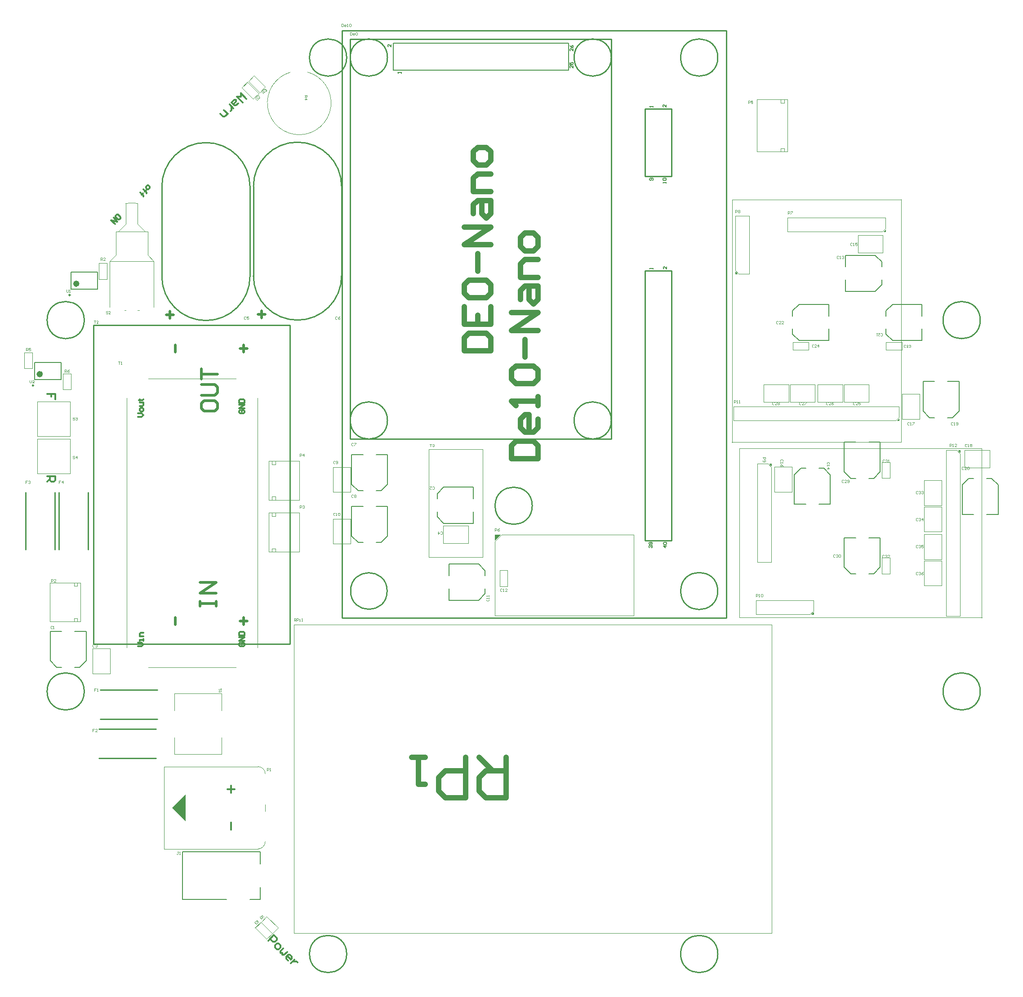
<source format=gto>
G04*
G04 #@! TF.GenerationSoftware,Altium Limited,Altium Designer,22.6.1 (34)*
G04*
G04 Layer_Color=65535*
%FSLAX44Y44*%
%MOMM*%
G71*
G04*
G04 #@! TF.SameCoordinates,93EC8B6F-EB43-44BE-ACFD-6113DF9B5761*
G04*
G04*
G04 #@! TF.FilePolarity,Positive*
G04*
G01*
G75*
%ADD10C,0.2540*%
%ADD11C,0.1000*%
%ADD12C,0.6000*%
%ADD13C,0.2500*%
%ADD14C,0.2000*%
%ADD15C,0.0500*%
%ADD16C,0.5000*%
%ADD17C,1.0000*%
%ADD18C,0.1270*%
%ADD19C,0.3000*%
G36*
X280522Y355364D02*
X305922Y329964D01*
Y380764D01*
X280522Y355364D01*
D02*
G37*
G36*
X888300Y859340D02*
Y869500D01*
X898460D01*
X888300Y859340D01*
D02*
G37*
G36*
X1409571Y999211D02*
Y1003021D01*
X1405761D01*
X1409571Y999211D01*
D02*
G37*
G36*
X1341250Y1364660D02*
Y1360850D01*
X1345060D01*
X1341250Y1364660D01*
D02*
G37*
G36*
X1484911Y719571D02*
X1488721D01*
Y723381D01*
X1484911Y719571D01*
D02*
G37*
G36*
X1765171Y1024611D02*
Y1028421D01*
X1761361D01*
X1765171Y1024611D01*
D02*
G37*
G36*
X1646290Y1084400D02*
X1650100D01*
Y1088210D01*
X1646290Y1084400D01*
D02*
G37*
G36*
X1620890Y1440000D02*
X1624700D01*
Y1443810D01*
X1620890Y1440000D01*
D02*
G37*
D10*
X261250Y1355720D02*
G03*
X427250Y1355720I83000J0D01*
G01*
X427250Y1524705D02*
G03*
X261250Y1524705I-83000J0D01*
G01*
X433750Y1356495D02*
G03*
X599750Y1356495I83000J0D01*
G01*
X599750Y1525480D02*
G03*
X433750Y1525480I-83000J0D01*
G01*
X1308513Y1767823D02*
G03*
X1308513Y1767823I-35024J0D01*
G01*
X686226D02*
G03*
X686226Y1767823I-35037J0D01*
G01*
X685595Y763423D02*
G03*
X685595Y763423I-34405J0D01*
G01*
X1308345D02*
G03*
X1308345Y763423I-34855J0D01*
G01*
X686226Y1767823D02*
G03*
X686226Y1767823I-35037J0D01*
G01*
X1107866Y1084559D02*
G03*
X1107866Y1084559I-35037J0D01*
G01*
Y1767818D02*
G03*
X1107866Y1767818I-35037J0D01*
G01*
X686226Y1084559D02*
G03*
X686226Y1084559I-35037J0D01*
G01*
X609411Y1767823D02*
G03*
X609411Y1767823I-35014J0D01*
G01*
X1802837Y574397D02*
G03*
X1802837Y574397I-35014J0D01*
G01*
X115078D02*
G03*
X115078Y574397I-35014J0D01*
G01*
Y1273489D02*
G03*
X115078Y1273489I-35014J0D01*
G01*
X1308504Y1767823D02*
G03*
X1308504Y1767823I-35014J0D01*
G01*
X1802837Y1273489D02*
G03*
X1802837Y1273489I-35014J0D01*
G01*
X1308504Y80063D02*
G03*
X1308504Y80063I-35014J0D01*
G01*
X609411D02*
G03*
X609411Y80063I-35014J0D01*
G01*
X958956Y923944D02*
G03*
X958956Y923944I-35014J0D01*
G01*
X427250Y1355720D02*
Y1524705D01*
X261250Y1355720D02*
X261250Y1524705D01*
X599750Y1356495D02*
Y1525480D01*
X433750Y1356495D02*
X433750Y1525480D01*
X1221489Y1543823D02*
Y1670823D01*
X1171489D02*
X1221489D01*
X1171489Y1543823D02*
X1221489D01*
X1221189Y858122D02*
Y1366122D01*
X600389Y712623D02*
Y1818623D01*
X1324289Y712623D02*
Y1818623D01*
X600389D02*
X1324289D01*
X600389Y712623D02*
X1324289D01*
X1171189Y858122D02*
X1221189D01*
X1171189D02*
Y1366122D01*
X1171489Y1543823D02*
Y1670823D01*
X1171189Y1366122D02*
X1221189D01*
X616149Y1802863D02*
X1107869Y1802858D01*
X616149Y1049519D02*
X616149Y1802863D01*
X616149Y1049519D02*
X1107869D01*
Y1802858D01*
X145000Y577500D02*
X252500D01*
X145000Y522500D02*
X252500D01*
X142600Y448750D02*
X250100D01*
X142600Y503750D02*
X250100D01*
X5000Y841877D02*
Y949377D01*
X60000Y841877D02*
Y949377D01*
X67500Y841877D02*
Y949377D01*
X122500Y841877D02*
Y949377D01*
X132740Y663700D02*
X502740D01*
Y1263700D01*
X132740D02*
X502740D01*
X132740Y663700D02*
Y1263700D01*
D11*
X442522Y277864D02*
G03*
X456022Y291864I-250J13750D01*
G01*
Y418864D02*
G03*
X442522Y432864I-13750J250D01*
G01*
X502759Y1739970D02*
G03*
X535787Y1740386I17241J-57470D01*
G01*
X215827Y1493020D02*
G03*
X193373Y1493020I-11227J-52820D01*
G01*
X436812Y129873D02*
X447419Y140479D01*
X437261Y129424D02*
X447868Y140030D01*
X469081Y118817D01*
X437261Y129424D02*
X458475Y108210D01*
X469081Y118817D01*
X456022Y349014D02*
Y361714D01*
X265522Y277864D02*
Y432864D01*
X442522D01*
X265522Y277864D02*
X442522D01*
X95650Y772825D02*
Y779175D01*
Y772825D02*
X102000D01*
Y779175D01*
X50500Y705750D02*
Y779250D01*
X108000D01*
Y705750D02*
Y779250D01*
X50500Y705750D02*
X108000D01*
X102000Y705825D02*
Y712175D01*
X95650D02*
X102000D01*
X95650Y705825D02*
Y712175D01*
X475228Y904191D02*
Y910541D01*
X468878Y904191D02*
X475228D01*
X468878D02*
Y910541D01*
X462878Y910616D02*
X520378D01*
X462878Y837116D02*
Y910616D01*
Y837116D02*
X520378D01*
Y910616D01*
X468878Y837191D02*
Y843541D01*
X475228D01*
Y837191D02*
Y843541D01*
Y934691D02*
Y941041D01*
X468878D02*
X475228D01*
X468878Y934691D02*
Y941041D01*
X520378Y934616D02*
Y1008116D01*
X462878Y934616D02*
X520378D01*
X462878D02*
Y1008116D01*
X520378D01*
X468878Y1001691D02*
Y1008041D01*
Y1001691D02*
X475228D01*
Y1008041D01*
X1439372Y1590668D02*
Y1688668D01*
X1381872D02*
X1439372D01*
X1381872Y1590668D02*
Y1688668D01*
Y1590668D02*
X1439372D01*
X1433372Y1682243D02*
Y1688593D01*
X1427022Y1682243D02*
X1433372D01*
X1427022D02*
Y1688593D01*
X1433372Y1590743D02*
Y1597093D01*
X1427022D02*
X1433372D01*
X1427022Y1590743D02*
Y1597093D01*
X888300Y869500D02*
X898460D01*
X888300Y859340D02*
Y869500D01*
Y859340D02*
X898460Y869500D01*
X888300Y856800D02*
X901000Y869500D01*
X888300Y717100D02*
X1150300D01*
Y869500D01*
X901000D02*
X1150300D01*
X888300Y717100D02*
Y856800D01*
X1620890Y1440000D02*
X1624700D01*
Y1443810D01*
X1620890Y1440000D02*
X1624700Y1443810D01*
X1618350Y1440000D02*
X1624700Y1446350D01*
X1439900Y1440000D02*
X1618350D01*
X1624700Y1446350D02*
X1624700Y1466500D01*
X1439900Y1466500D02*
X1624700Y1466500D01*
X1439900Y1440000D02*
Y1466500D01*
X1367750Y1360850D02*
Y1469450D01*
X1347600Y1360850D02*
X1367750D01*
X1341250Y1469450D02*
X1341250Y1367200D01*
X1347600Y1360850D01*
X1341250Y1364660D02*
X1345060Y1360850D01*
X1341250D02*
X1345060D01*
X1341250D02*
Y1364660D01*
Y1469450D02*
X1367750D01*
X1409571Y999211D02*
Y1003021D01*
X1405761D02*
X1409571D01*
X1405761D02*
X1409571Y999211D01*
X1403221Y1003021D02*
X1409571Y996671D01*
Y818221D02*
Y996671D01*
X1383071Y1003021D02*
X1403221D01*
X1383071Y818221D02*
X1383071Y1003021D01*
X1383071Y818221D02*
X1409571D01*
X1380121Y746071D02*
X1488721D01*
Y725921D02*
Y746071D01*
X1380121Y719571D02*
X1482371D01*
X1488721Y725921D01*
X1484911Y719571D02*
X1488721Y723381D01*
Y719571D02*
Y723381D01*
X1484911Y719571D02*
X1488721D01*
X1380121D02*
Y746071D01*
X1646290Y1084400D02*
X1650100D01*
Y1088210D01*
X1646290Y1084400D02*
X1650100Y1088210D01*
X1643750Y1084400D02*
X1650100Y1090750D01*
X1338300Y1084400D02*
X1643750D01*
X1650100Y1110900D02*
X1650100Y1090750D01*
X1338300Y1110900D02*
X1650100Y1110900D01*
X1338300Y1084400D02*
Y1110900D01*
X1765171Y1024611D02*
Y1028421D01*
X1761361D02*
X1765171D01*
X1761361D02*
X1765171Y1024611D01*
X1758821Y1028421D02*
X1765171Y1022071D01*
Y716621D02*
Y1022071D01*
X1738671Y1028421D02*
X1758821D01*
X1738671Y716621D02*
Y1028421D01*
X1738671Y716621D02*
X1765171Y716621D01*
X373620Y538500D02*
Y570250D01*
X284720D02*
X373620D01*
X284720Y538500D02*
Y570250D01*
X373620Y455950D02*
Y487700D01*
X284720Y455950D02*
Y487700D01*
Y455950D02*
X373620D01*
X26500Y1055000D02*
X88500D01*
Y1120000D01*
X26500Y1055000D02*
Y1120000D01*
X88500D01*
X26500Y1050000D02*
X88500D01*
X26500Y985000D02*
Y1050000D01*
X88500Y985000D02*
Y1050000D01*
X26500Y985000D02*
X88500D01*
X441400Y656550D02*
Y1126450D01*
X235850Y619500D02*
X400950D01*
X235850Y1163500D02*
X400950D01*
X195400Y656550D02*
Y1126450D01*
X764000Y1030500D02*
X865600D01*
X764000Y827300D02*
Y1030500D01*
X865600Y827300D02*
Y1030500D01*
X764000Y827300D02*
X865600D01*
X411570Y1711181D02*
X422177Y1721788D01*
X412019Y1710732D02*
X422626Y1721339D01*
X443839Y1700126D01*
X412019Y1710732D02*
X433232Y1689519D01*
X443839Y1700126D01*
X510000Y119500D02*
Y700500D01*
X1410000Y119500D02*
Y700500D01*
X510000Y119500D02*
X1410000D01*
X510000Y700500D02*
X1410000D01*
X179200Y1440200D02*
X193373Y1454373D01*
Y1493020D01*
X215827Y1454373D02*
X230000Y1440200D01*
X215827Y1454373D02*
Y1493020D01*
X174600Y1440200D02*
X234600D01*
X163100Y1384200D02*
X246100D01*
Y1298200D02*
Y1384200D01*
X163100Y1298200D02*
Y1384200D01*
X215600Y1291700D02*
X218600D01*
X190600D02*
X193600D01*
X234600Y1395700D02*
Y1440200D01*
Y1395700D02*
X246100Y1384200D01*
X174600Y1395700D02*
Y1440200D01*
X163100Y1384200D02*
X174600Y1395700D01*
X1349371Y1032421D02*
X1349371Y713621D01*
X1805721Y713121D02*
X1805721Y1031921D01*
X1348871Y1031921D02*
X1805721Y1031921D01*
X1349371Y713621D02*
X1806221D01*
X1653600Y1043850D02*
Y1500700D01*
X1334800Y1043850D02*
X1653600D01*
X1335300Y1500200D02*
X1654100D01*
X1335300D02*
X1335300Y1043350D01*
X55000Y696666D02*
X54167Y697499D01*
X52501D01*
X51668Y696666D01*
Y693334D01*
X52501Y692501D01*
X54167D01*
X55000Y693334D01*
X56666Y692501D02*
X58332D01*
X57499D01*
Y697499D01*
X56666Y696666D01*
X770833Y955834D02*
X771666Y955001D01*
X773332D01*
X774165Y955834D01*
Y959166D01*
X773332Y959999D01*
X771666D01*
X770833Y959166D01*
X765835Y959999D02*
X769167D01*
X765835Y956667D01*
Y955834D01*
X766668Y955001D01*
X768334D01*
X769167Y955834D01*
X134167Y661666D02*
X133334Y662499D01*
X131668D01*
X130835Y661666D01*
Y658334D01*
X131668Y657501D01*
X133334D01*
X134167Y658334D01*
X135833Y661666D02*
X136666Y662499D01*
X138332D01*
X139165Y661666D01*
Y660833D01*
X138332Y660000D01*
X137499D01*
X138332D01*
X139165Y659167D01*
Y658334D01*
X138332Y657501D01*
X136666D01*
X135833Y658334D01*
X785833Y870834D02*
X786666Y870001D01*
X788332D01*
X789165Y870834D01*
Y874166D01*
X788332Y874999D01*
X786666D01*
X785833Y874166D01*
X781668Y874999D02*
Y870001D01*
X784167Y872500D01*
X780835D01*
X419167Y1279166D02*
X418334Y1279999D01*
X416668D01*
X415835Y1279166D01*
Y1275834D01*
X416668Y1275001D01*
X418334D01*
X419167Y1275834D01*
X424165Y1279999D02*
X420833D01*
Y1277500D01*
X422499Y1278333D01*
X423332D01*
X424165Y1277500D01*
Y1275834D01*
X423332Y1275001D01*
X421666D01*
X420833Y1275834D01*
X591667Y1279166D02*
X590834Y1279999D01*
X589168D01*
X588335Y1279166D01*
Y1275834D01*
X589168Y1275001D01*
X590834D01*
X591667Y1275834D01*
X596665Y1279999D02*
X594999Y1279166D01*
X593333Y1277500D01*
Y1275834D01*
X594166Y1275001D01*
X595832D01*
X596665Y1275834D01*
Y1276667D01*
X595832Y1277500D01*
X593333D01*
X621822Y1041501D02*
X620989Y1042334D01*
X619323D01*
X618490Y1041501D01*
Y1038169D01*
X619323Y1037336D01*
X620989D01*
X621822Y1038169D01*
X623488Y1042334D02*
X626821D01*
Y1041501D01*
X623488Y1038169D01*
Y1037336D01*
X621822Y943965D02*
X620989Y944798D01*
X619323D01*
X618490Y943965D01*
Y940633D01*
X619323Y939800D01*
X620989D01*
X621822Y940633D01*
X623488Y943965D02*
X624321Y944798D01*
X625988D01*
X626821Y943965D01*
Y943132D01*
X625988Y942299D01*
X626821Y941466D01*
Y940633D01*
X625988Y939800D01*
X624321D01*
X623488Y940633D01*
Y941466D01*
X624321Y942299D01*
X623488Y943132D01*
Y943965D01*
X624321Y942299D02*
X625988D01*
X587532Y1007211D02*
X586699Y1008044D01*
X585033D01*
X584200Y1007211D01*
Y1003879D01*
X585033Y1003046D01*
X586699D01*
X587532Y1003879D01*
X589198D02*
X590031Y1003046D01*
X591698D01*
X592531Y1003879D01*
Y1007211D01*
X591698Y1008044D01*
X590031D01*
X589198Y1007211D01*
Y1006378D01*
X590031Y1005545D01*
X592531D01*
X587532Y909675D02*
X586699Y910508D01*
X585033D01*
X584200Y909675D01*
Y906343D01*
X585033Y905510D01*
X586699D01*
X587532Y906343D01*
X589198Y905510D02*
X590864D01*
X590031D01*
Y910508D01*
X589198Y909675D01*
X593364D02*
X594197Y910508D01*
X595863D01*
X596696Y909675D01*
Y906343D01*
X595863Y905510D01*
X594197D01*
X593364Y906343D01*
Y909675D01*
X873334Y747917D02*
X872501Y747084D01*
Y745418D01*
X873334Y744585D01*
X876666D01*
X877499Y745418D01*
Y747084D01*
X876666Y747917D01*
X877499Y749584D02*
Y751250D01*
Y750416D01*
X872501D01*
X873334Y749584D01*
X877499Y753749D02*
Y755415D01*
Y754582D01*
X872501D01*
X873334Y753749D01*
X902084Y766666D02*
X901251Y767499D01*
X899585D01*
X898752Y766666D01*
Y763334D01*
X899585Y762501D01*
X901251D01*
X902084Y763334D01*
X903750Y762501D02*
X905416D01*
X904584D01*
Y767499D01*
X903750Y766666D01*
X911248Y762501D02*
X907916D01*
X911248Y765833D01*
Y766666D01*
X910415Y767499D01*
X908749D01*
X907916Y766666D01*
X1536464Y1393296D02*
X1535630Y1394129D01*
X1533964D01*
X1533131Y1393296D01*
Y1389963D01*
X1533964Y1389130D01*
X1535630D01*
X1536464Y1389963D01*
X1538130Y1389130D02*
X1539796D01*
X1538963D01*
Y1394129D01*
X1538130Y1393296D01*
X1542295D02*
X1543128Y1394129D01*
X1544794D01*
X1545627Y1393296D01*
Y1392462D01*
X1544794Y1391629D01*
X1543961D01*
X1544794D01*
X1545627Y1390796D01*
Y1389963D01*
X1544794Y1389130D01*
X1543128D01*
X1542295Y1389963D01*
X1517987Y1002336D02*
X1518820Y1003169D01*
Y1004836D01*
X1517987Y1005668D01*
X1514655D01*
X1513821Y1004836D01*
Y1003169D01*
X1514655Y1002336D01*
X1513821Y1000670D02*
Y999004D01*
Y999837D01*
X1518820D01*
X1517987Y1000670D01*
X1513821Y994006D02*
X1518820D01*
X1516321Y996505D01*
Y993173D01*
X1561464Y1418295D02*
X1560631Y1419129D01*
X1558964D01*
X1558131Y1418295D01*
Y1414963D01*
X1558964Y1414130D01*
X1560631D01*
X1561464Y1414963D01*
X1563130Y1414130D02*
X1564796D01*
X1563963D01*
Y1419129D01*
X1563130Y1418295D01*
X1570627Y1419129D02*
X1567295D01*
Y1416629D01*
X1568961Y1417462D01*
X1569794D01*
X1570627Y1416629D01*
Y1414963D01*
X1569794Y1414130D01*
X1568128D01*
X1567295Y1414963D01*
X1430487Y1007336D02*
X1431320Y1008169D01*
Y1009836D01*
X1430487Y1010668D01*
X1427154D01*
X1426321Y1009836D01*
Y1008169D01*
X1427154Y1007336D01*
X1426321Y1005670D02*
Y1004004D01*
Y1004837D01*
X1431320D01*
X1430487Y1005670D01*
X1431320Y998173D02*
X1430487Y999839D01*
X1428821Y1001505D01*
X1427154D01*
X1426321Y1000672D01*
Y999006D01*
X1427154Y998173D01*
X1427988D01*
X1428821Y999006D01*
Y1001505D01*
X1669084Y1080266D02*
X1668251Y1081099D01*
X1666585D01*
X1665752Y1080266D01*
Y1076934D01*
X1666585Y1076101D01*
X1668251D01*
X1669084Y1076934D01*
X1670750Y1076101D02*
X1672417D01*
X1671584D01*
Y1081099D01*
X1670750Y1080266D01*
X1674916Y1081099D02*
X1678248D01*
Y1080266D01*
X1674916Y1076934D01*
Y1076101D01*
X1777522Y1039215D02*
X1776689Y1040048D01*
X1775023D01*
X1774190Y1039215D01*
Y1035883D01*
X1775023Y1035050D01*
X1776689D01*
X1777522Y1035883D01*
X1779188Y1035050D02*
X1780854D01*
X1780021D01*
Y1040048D01*
X1779188Y1039215D01*
X1783354D02*
X1784187Y1040048D01*
X1785853D01*
X1786686Y1039215D01*
Y1038382D01*
X1785853Y1037549D01*
X1786686Y1036716D01*
Y1035883D01*
X1785853Y1035050D01*
X1784187D01*
X1783354Y1035883D01*
Y1036716D01*
X1784187Y1037549D01*
X1783354Y1038382D01*
Y1039215D01*
X1784187Y1037549D02*
X1785853D01*
X1751634Y1080266D02*
X1750801Y1081099D01*
X1749135D01*
X1748302Y1080266D01*
Y1076934D01*
X1749135Y1076101D01*
X1750801D01*
X1751634Y1076934D01*
X1753300Y1076101D02*
X1754966D01*
X1754133D01*
Y1081099D01*
X1753300Y1080266D01*
X1757466Y1076934D02*
X1758299Y1076101D01*
X1759965D01*
X1760798Y1076934D01*
Y1080266D01*
X1759965Y1081099D01*
X1758299D01*
X1757466Y1080266D01*
Y1079433D01*
X1758299Y1078600D01*
X1760798D01*
X1771934Y996797D02*
X1771101Y997630D01*
X1769435D01*
X1768602Y996797D01*
Y993465D01*
X1769435Y992632D01*
X1771101D01*
X1771934Y993465D01*
X1776933Y992632D02*
X1773600D01*
X1776933Y995964D01*
Y996797D01*
X1776100Y997630D01*
X1774433D01*
X1773600Y996797D01*
X1778599D02*
X1779432Y997630D01*
X1781098D01*
X1781931Y996797D01*
Y993465D01*
X1781098Y992632D01*
X1779432D01*
X1778599Y993465D01*
Y996797D01*
X1615339Y1244934D02*
X1616172Y1244101D01*
X1617838D01*
X1618672Y1244934D01*
Y1248266D01*
X1617838Y1249099D01*
X1616172D01*
X1615339Y1248266D01*
X1610341Y1249099D02*
X1613673D01*
X1610341Y1245767D01*
Y1244934D01*
X1611174Y1244101D01*
X1612840D01*
X1613673Y1244934D01*
X1608675Y1249099D02*
X1607009D01*
X1607842D01*
Y1244101D01*
X1608675Y1244934D01*
X1422176Y1270863D02*
X1421343Y1271696D01*
X1419677D01*
X1418844Y1270863D01*
Y1267531D01*
X1419677Y1266698D01*
X1421343D01*
X1422176Y1267531D01*
X1427175Y1266698D02*
X1423842D01*
X1427175Y1270030D01*
Y1270863D01*
X1426342Y1271696D01*
X1424675D01*
X1423842Y1270863D01*
X1432173Y1266698D02*
X1428841D01*
X1432173Y1270030D01*
Y1270863D01*
X1431340Y1271696D01*
X1429674D01*
X1428841Y1270863D01*
X1662008Y1226316D02*
X1661175Y1227149D01*
X1659509D01*
X1658676Y1226316D01*
Y1222984D01*
X1659509Y1222151D01*
X1661175D01*
X1662008Y1222984D01*
X1667006Y1222151D02*
X1663674D01*
X1667006Y1225483D01*
Y1226316D01*
X1666173Y1227149D01*
X1664507D01*
X1663674Y1226316D01*
X1668672D02*
X1669505Y1227149D01*
X1671171D01*
X1672005Y1226316D01*
Y1225483D01*
X1671171Y1224650D01*
X1670338D01*
X1671171D01*
X1672005Y1223817D01*
Y1222984D01*
X1671171Y1222151D01*
X1669505D01*
X1668672Y1222984D01*
X1489232Y1226413D02*
X1488399Y1227246D01*
X1486733D01*
X1485900Y1226413D01*
Y1223081D01*
X1486733Y1222248D01*
X1488399D01*
X1489232Y1223081D01*
X1494231Y1222248D02*
X1490898D01*
X1494231Y1225580D01*
Y1226413D01*
X1493398Y1227246D01*
X1491731D01*
X1490898Y1226413D01*
X1498396Y1222248D02*
Y1227246D01*
X1495897Y1224747D01*
X1499229D01*
X1567068Y1118366D02*
X1566235Y1119199D01*
X1564568D01*
X1563736Y1118366D01*
Y1115034D01*
X1564568Y1114201D01*
X1566235D01*
X1567068Y1115034D01*
X1572066Y1114201D02*
X1568734D01*
X1572066Y1117533D01*
Y1118366D01*
X1571233Y1119199D01*
X1569567D01*
X1568734Y1118366D01*
X1577065Y1119199D02*
X1573732D01*
Y1116700D01*
X1575398Y1117533D01*
X1576231D01*
X1577065Y1116700D01*
Y1115034D01*
X1576231Y1114201D01*
X1574565D01*
X1573732Y1115034D01*
X1516268Y1118366D02*
X1515435Y1119199D01*
X1513768D01*
X1512935Y1118366D01*
Y1115034D01*
X1513768Y1114201D01*
X1515435D01*
X1516268Y1115034D01*
X1521266Y1114201D02*
X1517934D01*
X1521266Y1117533D01*
Y1118366D01*
X1520433Y1119199D01*
X1518767D01*
X1517934Y1118366D01*
X1526264Y1119199D02*
X1524598Y1118366D01*
X1522932Y1116700D01*
Y1115034D01*
X1523765Y1114201D01*
X1525431D01*
X1526264Y1115034D01*
Y1115867D01*
X1525431Y1116700D01*
X1522932D01*
X1465468Y1118366D02*
X1464635Y1119199D01*
X1462968D01*
X1462135Y1118366D01*
Y1115034D01*
X1462968Y1114201D01*
X1464635D01*
X1465468Y1115034D01*
X1470466Y1114201D02*
X1467134D01*
X1470466Y1117533D01*
Y1118366D01*
X1469633Y1119199D01*
X1467967D01*
X1467134Y1118366D01*
X1472132Y1119199D02*
X1475464D01*
Y1118366D01*
X1472132Y1115034D01*
Y1114201D01*
X1414668Y1118366D02*
X1413835Y1119199D01*
X1412168D01*
X1411335Y1118366D01*
Y1115034D01*
X1412168Y1114201D01*
X1413835D01*
X1414668Y1115034D01*
X1419666Y1114201D02*
X1416334D01*
X1419666Y1117533D01*
Y1118366D01*
X1418833Y1119199D01*
X1417167D01*
X1416334Y1118366D01*
X1421332D02*
X1422165Y1119199D01*
X1423831D01*
X1424664Y1118366D01*
Y1117533D01*
X1423831Y1116700D01*
X1424664Y1115867D01*
Y1115034D01*
X1423831Y1114201D01*
X1422165D01*
X1421332Y1115034D01*
Y1115867D01*
X1422165Y1116700D01*
X1421332Y1117533D01*
Y1118366D01*
X1422165Y1116700D02*
X1423831D01*
X1545388Y972187D02*
X1544555Y973020D01*
X1542889D01*
X1542056Y972187D01*
Y968855D01*
X1542889Y968021D01*
X1544555D01*
X1545388Y968855D01*
X1550387Y968021D02*
X1547054D01*
X1550387Y971354D01*
Y972187D01*
X1549554Y973020D01*
X1547888D01*
X1547054Y972187D01*
X1552053Y968855D02*
X1552886Y968021D01*
X1554552D01*
X1555385Y968855D01*
Y972187D01*
X1554552Y973020D01*
X1552886D01*
X1552053Y972187D01*
Y971354D01*
X1552886Y970521D01*
X1555385D01*
X1529364Y831443D02*
X1528531Y832276D01*
X1526865D01*
X1526032Y831443D01*
Y828111D01*
X1526865Y827278D01*
X1528531D01*
X1529364Y828111D01*
X1531030Y831443D02*
X1531863Y832276D01*
X1533530D01*
X1534363Y831443D01*
Y830610D01*
X1533530Y829777D01*
X1532697D01*
X1533530D01*
X1534363Y828944D01*
Y828111D01*
X1533530Y827278D01*
X1531863D01*
X1531030Y828111D01*
X1536029Y831443D02*
X1536862Y832276D01*
X1538528D01*
X1539361Y831443D01*
Y828111D01*
X1538528Y827278D01*
X1536862D01*
X1536029Y828111D01*
Y831443D01*
X1622421Y1010287D02*
X1621588Y1011120D01*
X1619922D01*
X1619089Y1010287D01*
Y1006954D01*
X1619922Y1006121D01*
X1621588D01*
X1622421Y1006954D01*
X1624088Y1010287D02*
X1624921Y1011120D01*
X1626587D01*
X1627420Y1010287D01*
Y1009454D01*
X1626587Y1008621D01*
X1625754D01*
X1626587D01*
X1627420Y1007787D01*
Y1006954D01*
X1626587Y1006121D01*
X1624921D01*
X1624088Y1006954D01*
X1629086Y1006121D02*
X1630752D01*
X1629919D01*
Y1011120D01*
X1629086Y1010287D01*
X1621588Y830637D02*
X1620755Y831470D01*
X1619089D01*
X1618256Y830637D01*
Y827304D01*
X1619089Y826471D01*
X1620755D01*
X1621588Y827304D01*
X1623255Y830637D02*
X1624088Y831470D01*
X1625754D01*
X1626587Y830637D01*
Y829804D01*
X1625754Y828970D01*
X1624921D01*
X1625754D01*
X1626587Y828138D01*
Y827304D01*
X1625754Y826471D01*
X1624088D01*
X1623255Y827304D01*
X1631585Y826471D02*
X1628253D01*
X1631585Y829804D01*
Y830637D01*
X1630752Y831470D01*
X1629086D01*
X1628253Y830637D01*
X1685088Y950387D02*
X1684255Y951220D01*
X1682589D01*
X1681756Y950387D01*
Y947055D01*
X1682589Y946221D01*
X1684255D01*
X1685088Y947055D01*
X1686754Y950387D02*
X1687587Y951220D01*
X1689254D01*
X1690087Y950387D01*
Y949554D01*
X1689254Y948721D01*
X1688421D01*
X1689254D01*
X1690087Y947887D01*
Y947055D01*
X1689254Y946221D01*
X1687587D01*
X1686754Y947055D01*
X1691753Y950387D02*
X1692586Y951220D01*
X1694252D01*
X1695085Y950387D01*
Y949554D01*
X1694252Y948721D01*
X1693419D01*
X1694252D01*
X1695085Y947887D01*
Y947055D01*
X1694252Y946221D01*
X1692586D01*
X1691753Y947055D01*
X1685088Y899587D02*
X1684255Y900420D01*
X1682589D01*
X1681756Y899587D01*
Y896255D01*
X1682589Y895421D01*
X1684255D01*
X1685088Y896255D01*
X1686754Y899587D02*
X1687587Y900420D01*
X1689254D01*
X1690087Y899587D01*
Y898754D01*
X1689254Y897921D01*
X1688421D01*
X1689254D01*
X1690087Y897087D01*
Y896255D01*
X1689254Y895421D01*
X1687587D01*
X1686754Y896255D01*
X1694252Y895421D02*
Y900420D01*
X1691753Y897921D01*
X1695085D01*
X1685088Y848787D02*
X1684255Y849620D01*
X1682589D01*
X1681756Y848787D01*
Y845454D01*
X1682589Y844621D01*
X1684255D01*
X1685088Y845454D01*
X1686754Y848787D02*
X1687587Y849620D01*
X1689254D01*
X1690087Y848787D01*
Y847954D01*
X1689254Y847121D01*
X1688421D01*
X1689254D01*
X1690087Y846288D01*
Y845454D01*
X1689254Y844621D01*
X1687587D01*
X1686754Y845454D01*
X1695085Y849620D02*
X1691753D01*
Y847121D01*
X1693419Y847954D01*
X1694252D01*
X1695085Y847121D01*
Y845454D01*
X1694252Y844621D01*
X1692586D01*
X1691753Y845454D01*
X1685088Y797987D02*
X1684255Y798820D01*
X1682589D01*
X1681756Y797987D01*
Y794654D01*
X1682589Y793821D01*
X1684255D01*
X1685088Y794654D01*
X1686754Y797987D02*
X1687587Y798820D01*
X1689254D01*
X1690087Y797987D01*
Y797154D01*
X1689254Y796321D01*
X1688421D01*
X1689254D01*
X1690087Y795488D01*
Y794654D01*
X1689254Y793821D01*
X1687587D01*
X1686754Y794654D01*
X1695085Y798820D02*
X1693419Y797987D01*
X1691753Y796321D01*
Y794654D01*
X1692586Y793821D01*
X1694252D01*
X1695085Y794654D01*
Y795488D01*
X1694252Y796321D01*
X1691753D01*
X435877Y139411D02*
X439411Y135877D01*
X441178Y137644D01*
Y138822D01*
X438822Y141178D01*
X437644Y141178D01*
X435877Y139411D01*
X442945D02*
X444123Y140589D01*
X443534Y140000D01*
X440000Y143534D01*
X440000Y142356D01*
X600202Y1831004D02*
Y1826006D01*
X602701D01*
X603534Y1826839D01*
Y1830171D01*
X602701Y1831004D01*
X600202D01*
X607700Y1826006D02*
X606033D01*
X605200Y1826839D01*
Y1828505D01*
X606033Y1829338D01*
X607700D01*
X608533Y1828505D01*
Y1827672D01*
X605200D01*
X610199Y1826006D02*
X611865D01*
X611032D01*
Y1831004D01*
X610199Y1830171D01*
X614364D02*
X615197Y1831004D01*
X616863D01*
X617696Y1830171D01*
Y1826839D01*
X616863Y1826006D01*
X615197D01*
X614364Y1826839D01*
Y1830171D01*
X615950Y1815256D02*
Y1810258D01*
X618449D01*
X619282Y1811091D01*
Y1814423D01*
X618449Y1815256D01*
X615950D01*
X623447Y1810258D02*
X621781D01*
X620948Y1811091D01*
Y1812757D01*
X621781Y1813590D01*
X623447D01*
X624281Y1812757D01*
Y1811924D01*
X620948D01*
X625947Y1814423D02*
X626780Y1815256D01*
X628446D01*
X629279Y1814423D01*
Y1811091D01*
X628446Y1810258D01*
X626780D01*
X625947Y1811091D01*
Y1814423D01*
X137500Y579999D02*
X134168D01*
Y577500D01*
X135834D01*
X134168D01*
Y575001D01*
X139166D02*
X140832D01*
X139999D01*
Y579999D01*
X139166Y579166D01*
X134267Y503749D02*
X130935D01*
Y501250D01*
X132601D01*
X130935D01*
Y498751D01*
X139265D02*
X135933D01*
X139265Y502083D01*
Y502916D01*
X138432Y503749D01*
X136766D01*
X135933Y502916D01*
X8158Y970960D02*
X4826D01*
Y968461D01*
X6492D01*
X4826D01*
Y965962D01*
X9824Y970127D02*
X10657Y970960D01*
X12323D01*
X13157Y970127D01*
Y969294D01*
X12323Y968461D01*
X11490D01*
X12323D01*
X13157Y967628D01*
Y966795D01*
X12323Y965962D01*
X10657D01*
X9824Y966795D01*
X70642Y970960D02*
X67310D01*
Y968461D01*
X68976D01*
X67310D01*
Y965962D01*
X74808D02*
Y970960D01*
X72308Y968461D01*
X75641D01*
X292500Y272499D02*
X290834D01*
X291667D01*
Y268334D01*
X290834Y267501D01*
X290001D01*
X289168Y268334D01*
X294166Y267501D02*
X295832D01*
X294999D01*
Y272499D01*
X294166Y271666D01*
X459189Y425365D02*
Y430364D01*
X461689D01*
X462522Y429530D01*
Y427864D01*
X461689Y427031D01*
X459189D01*
X464188Y425365D02*
X465854D01*
X465021D01*
Y430364D01*
X464188Y429530D01*
X52963Y780475D02*
Y785473D01*
X55462D01*
X56295Y784640D01*
Y782974D01*
X55462Y782141D01*
X52963D01*
X61293Y780475D02*
X57961D01*
X61293Y783807D01*
Y784640D01*
X60460Y785473D01*
X58794D01*
X57961Y784640D01*
X520954Y919480D02*
Y924478D01*
X523453D01*
X524286Y923645D01*
Y921979D01*
X523453Y921146D01*
X520954D01*
X525952Y923645D02*
X526785Y924478D01*
X528451D01*
X529285Y923645D01*
Y922812D01*
X528451Y921979D01*
X527618D01*
X528451D01*
X529285Y921146D01*
Y920313D01*
X528451Y919480D01*
X526785D01*
X525952Y920313D01*
X520954Y1016762D02*
Y1021760D01*
X523453D01*
X524286Y1020927D01*
Y1019261D01*
X523453Y1018428D01*
X520954D01*
X528451Y1016762D02*
Y1021760D01*
X525952Y1019261D01*
X529285D01*
X1365758Y1681734D02*
Y1686732D01*
X1368257D01*
X1369090Y1685899D01*
Y1684233D01*
X1368257Y1683400D01*
X1365758D01*
X1374089Y1686732D02*
X1370756D01*
Y1684233D01*
X1372422Y1685066D01*
X1373255D01*
X1374089Y1684233D01*
Y1682567D01*
X1373255Y1681734D01*
X1371589D01*
X1370756Y1682567D01*
X888746Y876046D02*
Y881044D01*
X891245D01*
X892078Y880211D01*
Y878545D01*
X891245Y877712D01*
X888746D01*
X897077Y881044D02*
X895411Y880211D01*
X893744Y878545D01*
Y876879D01*
X894577Y876046D01*
X896244D01*
X897077Y876879D01*
Y877712D01*
X896244Y878545D01*
X893744D01*
X1440434Y1473200D02*
Y1478198D01*
X1442933D01*
X1443766Y1477365D01*
Y1475699D01*
X1442933Y1474866D01*
X1440434D01*
X1445432Y1478198D02*
X1448765D01*
Y1477365D01*
X1445432Y1474033D01*
Y1473200D01*
X1341628Y1475994D02*
Y1480992D01*
X1344127D01*
X1344960Y1480159D01*
Y1478493D01*
X1344127Y1477660D01*
X1341628D01*
X1346626Y1480159D02*
X1347459Y1480992D01*
X1349126D01*
X1349959Y1480159D01*
Y1479326D01*
X1349126Y1478493D01*
X1349959Y1477660D01*
Y1476827D01*
X1349126Y1475994D01*
X1347459D01*
X1346626Y1476827D01*
Y1477660D01*
X1347459Y1478493D01*
X1346626Y1479326D01*
Y1480159D01*
X1347459Y1478493D02*
X1349126D01*
X1392942Y1015206D02*
X1397940D01*
Y1012707D01*
X1397107Y1011874D01*
X1395441D01*
X1394608Y1012707D01*
Y1015206D01*
X1393775Y1010208D02*
X1392942Y1009375D01*
Y1007709D01*
X1393775Y1006876D01*
X1397107D01*
X1397940Y1007709D01*
Y1009375D01*
X1397107Y1010208D01*
X1396274D01*
X1395441Y1009375D01*
Y1006876D01*
X1380744Y752602D02*
Y757600D01*
X1383243D01*
X1384076Y756767D01*
Y755101D01*
X1383243Y754268D01*
X1380744D01*
X1385742Y752602D02*
X1387408D01*
X1386575D01*
Y757600D01*
X1385742Y756767D01*
X1389908D02*
X1390741Y757600D01*
X1392407D01*
X1393240Y756767D01*
Y753435D01*
X1392407Y752602D01*
X1390741D01*
X1389908Y753435D01*
Y756767D01*
X1338834Y1117600D02*
Y1122598D01*
X1341333D01*
X1342166Y1121765D01*
Y1120099D01*
X1341333Y1119266D01*
X1338834D01*
X1343832Y1117600D02*
X1345499D01*
X1344665D01*
Y1122598D01*
X1343832Y1121765D01*
X1347998Y1117600D02*
X1349664D01*
X1348831D01*
Y1122598D01*
X1347998Y1121765D01*
X1745673Y1035121D02*
Y1040120D01*
X1748172D01*
X1749005Y1039287D01*
Y1037621D01*
X1748172Y1036787D01*
X1745673D01*
X1750671Y1035121D02*
X1752337D01*
X1751504D01*
Y1040120D01*
X1750671Y1039287D01*
X1758169Y1035121D02*
X1754836D01*
X1758169Y1038454D01*
Y1039287D01*
X1757336Y1040120D01*
X1755669D01*
X1754836Y1039287D01*
X449411Y145877D02*
X445877Y149411D01*
X447644Y151178D01*
X448822Y151178D01*
X450000Y150000D01*
Y148822D01*
X448233Y147055D01*
X449411Y148233D02*
X451767Y148233D01*
X452945Y149411D02*
X454123Y150589D01*
X453534Y150000D01*
X450000Y153534D01*
X450000Y152356D01*
X145835Y1386001D02*
Y1390999D01*
X148334D01*
X149167Y1390166D01*
Y1388500D01*
X148334Y1387667D01*
X145835D01*
X147501D02*
X149167Y1386001D01*
X154165D02*
X150833D01*
X154165Y1389333D01*
Y1390166D01*
X153332Y1390999D01*
X151666D01*
X150833Y1390166D01*
X452912Y1699984D02*
X449378Y1703519D01*
X451145Y1705286D01*
X452323Y1705286D01*
X453501Y1704108D01*
Y1702930D01*
X451734Y1701162D01*
X452912Y1702340D02*
X455268Y1702340D01*
X453501Y1706464D02*
X453501Y1707642D01*
X454679Y1708820D01*
X455857D01*
X456446Y1708231D01*
Y1707053D01*
X455857Y1706464D01*
X456446Y1707053D01*
X457625D01*
X458214Y1706464D01*
Y1705286D01*
X457035Y1704108D01*
X455857D01*
X530001Y1696665D02*
X534999D01*
Y1694166D01*
X534166Y1693333D01*
X532500D01*
X531667Y1694166D01*
Y1696665D01*
Y1694999D02*
X530001Y1693333D01*
Y1689168D02*
X534999D01*
X532500Y1691667D01*
Y1688335D01*
X372506Y576200D02*
X373339Y577033D01*
Y578699D01*
X372506Y579532D01*
X371673D01*
X370840Y578699D01*
Y577033D01*
X370007Y576200D01*
X369174D01*
X368341Y577033D01*
Y578699D01*
X369174Y579532D01*
X368341Y574534D02*
Y572868D01*
Y573701D01*
X373339D01*
X372506Y574534D01*
X97208Y1089166D02*
X96376Y1089999D01*
X94709D01*
X93876Y1089166D01*
Y1088333D01*
X94709Y1087500D01*
X96376D01*
X97208Y1086667D01*
Y1085834D01*
X96376Y1085001D01*
X94709D01*
X93876Y1085834D01*
X98875Y1089166D02*
X99708Y1089999D01*
X101374D01*
X102207Y1089166D01*
Y1088333D01*
X101374Y1087500D01*
X100541D01*
X101374D01*
X102207Y1086667D01*
Y1085834D01*
X101374Y1085001D01*
X99708D01*
X98875Y1085834D01*
X97208Y1016666D02*
X96376Y1017499D01*
X94709D01*
X93876Y1016666D01*
Y1015833D01*
X94709Y1015000D01*
X96376D01*
X97208Y1014167D01*
Y1013334D01*
X96376Y1012501D01*
X94709D01*
X93876Y1013334D01*
X101374Y1012501D02*
Y1017499D01*
X98875Y1015000D01*
X102207D01*
X179070Y1195496D02*
X182402D01*
X180736D01*
Y1190498D01*
X184068D02*
X185735D01*
X184901D01*
Y1195496D01*
X184068Y1194663D01*
X132996Y1272364D02*
X136329D01*
X134663D01*
Y1267365D01*
X141327D02*
X137995D01*
X141327Y1270697D01*
Y1271531D01*
X140494Y1272364D01*
X138828D01*
X137995Y1271531D01*
X765835Y1039999D02*
X769167D01*
X767501D01*
Y1035001D01*
X770833Y1039166D02*
X771666Y1039999D01*
X773332D01*
X774165Y1039166D01*
Y1038333D01*
X773332Y1037500D01*
X772499D01*
X773332D01*
X774165Y1036667D01*
Y1035834D01*
X773332Y1035001D01*
X771666D01*
X770833Y1035834D01*
X11985Y1160249D02*
Y1156084D01*
X12818Y1155251D01*
X14484D01*
X15317Y1156084D01*
Y1160249D01*
X20315Y1155251D02*
X16983D01*
X20315Y1158583D01*
Y1159416D01*
X19482Y1160249D01*
X17816D01*
X16983Y1159416D01*
X5835Y1215501D02*
Y1220499D01*
X8334D01*
X9167Y1219666D01*
Y1218000D01*
X8334Y1217167D01*
X5835D01*
X7501D02*
X9167Y1215501D01*
X14165Y1220499D02*
X10833D01*
Y1218000D01*
X12499Y1218833D01*
X13332D01*
X14165Y1218000D01*
Y1216334D01*
X13332Y1215501D01*
X11666D01*
X10833Y1216334D01*
X78335Y1175501D02*
Y1180499D01*
X80834D01*
X81667Y1179666D01*
Y1178000D01*
X80834Y1177167D01*
X78335D01*
X80001D02*
X81667Y1175501D01*
X86665Y1180499D02*
X84999Y1179666D01*
X83333Y1178000D01*
Y1176334D01*
X84166Y1175501D01*
X85832D01*
X86665Y1176334D01*
Y1177167D01*
X85832Y1178000D01*
X83333D01*
X81668Y1330499D02*
Y1326334D01*
X82501Y1325501D01*
X84167D01*
X85000Y1326334D01*
Y1330499D01*
X86666Y1325501D02*
X88332D01*
X87499D01*
Y1330499D01*
X86666Y1329666D01*
X436878Y1691019D02*
X440412Y1687484D01*
X442179Y1689251D01*
Y1690430D01*
X439823Y1692786D01*
X438645Y1692786D01*
X436878Y1691019D01*
X446303Y1693375D02*
X443946Y1691019D01*
Y1695731D01*
X443357Y1696320D01*
X442179D01*
X441001Y1695142D01*
X441001Y1693964D01*
X510540Y707136D02*
Y712134D01*
X513039D01*
X513872Y711301D01*
Y709635D01*
X513039Y708802D01*
X510540D01*
X512206D02*
X513872Y707136D01*
X515538D02*
Y712134D01*
X518037D01*
X518871Y711301D01*
Y709635D01*
X518037Y708802D01*
X515538D01*
X520537Y707136D02*
X522203D01*
X521370D01*
Y710468D01*
X520537D01*
X524702Y707136D02*
X526368D01*
X525535D01*
Y712134D01*
X524702Y711301D01*
X159167Y1289166D02*
X158334Y1289999D01*
X156668D01*
X155835Y1289166D01*
Y1288333D01*
X156668Y1287500D01*
X158334D01*
X159167Y1286667D01*
Y1285834D01*
X158334Y1285001D01*
X156668D01*
X155835Y1285834D01*
X164165Y1285001D02*
X160833D01*
X164165Y1288333D01*
Y1289166D01*
X163332Y1289999D01*
X161666D01*
X160833Y1289166D01*
D12*
X34150Y1171750D02*
G03*
X34150Y1171750I-3000J0D01*
G01*
X103000Y1342000D02*
G03*
X103000Y1342000I-3000J0D01*
G01*
D13*
X19850Y1150500D02*
G03*
X19850Y1150500I-1250J0D01*
G01*
X88700Y1320750D02*
G03*
X88700Y1320750I-1250J0D01*
G01*
D14*
X119000Y632125D02*
Y687750D01*
X97250D02*
X119000D01*
X51000D02*
X72750D01*
X51000Y632125D02*
Y687750D01*
X97250Y619750D02*
X106625D01*
X119000Y632125D01*
X51000D02*
X63375Y619750D01*
X72750D01*
X792125Y891000D02*
X847750D01*
Y912750D01*
Y937250D02*
Y959000D01*
X792125D02*
X847750D01*
X779750Y903375D02*
Y912750D01*
Y903375D02*
X792125Y891000D01*
X779750Y946625D02*
X792125Y959000D01*
X779750Y937250D02*
Y946625D01*
X686500Y964625D02*
Y1020250D01*
X664750D02*
X686500D01*
X618500D02*
X640250D01*
X618500Y964625D02*
Y1020250D01*
X664750Y952250D02*
X674125D01*
X686500Y964625D01*
X618500D02*
X630875Y952250D01*
X640250D01*
X686500Y867125D02*
Y922750D01*
X664750D02*
X686500D01*
X618500D02*
X640250D01*
X618500Y867125D02*
Y922750D01*
X664750Y854750D02*
X674125D01*
X686500Y867125D01*
X618500D02*
X630875Y854750D01*
X640250D01*
X802250Y814000D02*
X857875D01*
X802250Y792250D02*
Y814000D01*
Y746000D02*
Y767750D01*
Y746000D02*
X857875D01*
X870250Y792250D02*
Y801625D01*
X857875Y814000D02*
X870250Y801625D01*
X857875Y746000D02*
X870250Y758375D01*
Y767750D01*
X1549129Y1395629D02*
X1604754D01*
X1549129D02*
X1549129Y1373879D01*
X1549129Y1349379D02*
X1549129Y1327630D01*
X1604754Y1327629D01*
X1617129Y1373879D02*
Y1383254D01*
X1604754Y1395629D02*
X1617129Y1383254D01*
X1604754Y1327629D02*
X1617129Y1340004D01*
X1617129Y1349379D01*
X1452321Y926671D02*
Y982296D01*
Y926671D02*
X1474070Y926671D01*
X1498571Y926671D02*
X1520321D01*
Y982296D01*
X1464696Y994671D02*
X1474071D01*
X1452321Y982296D02*
X1464696Y994671D01*
X1507946Y994671D02*
X1520321Y982296D01*
X1498571Y994671D02*
X1507946Y994671D01*
X1763150Y1102275D02*
X1763150Y1157900D01*
X1741400D02*
X1763150D01*
X1695150D02*
X1716900D01*
X1695150D02*
X1695150Y1102275D01*
X1741400Y1089900D02*
X1750775D01*
X1763150Y1102275D01*
X1695150D02*
X1707525Y1089900D01*
X1716900D01*
X1768721Y907521D02*
X1768721Y963146D01*
X1768721Y907521D02*
X1790471D01*
X1814971D02*
X1836721D01*
X1836721Y963146D02*
X1836721Y907521D01*
X1781096Y975521D02*
X1790471D01*
X1768721Y963146D02*
X1781096Y975521D01*
X1824346D02*
X1836721Y963146D01*
X1814971Y975521D02*
X1824346D01*
X1637465Y1235100D02*
X1693090D01*
X1693090Y1256850D02*
X1693090Y1235100D01*
X1693090Y1281350D02*
X1693090Y1303100D01*
X1637465Y1303100D02*
X1693090Y1303100D01*
X1625090Y1247475D02*
X1625090Y1256850D01*
X1625090Y1247475D02*
X1637465Y1235100D01*
X1625090Y1290725D02*
X1637465Y1303100D01*
X1625090Y1281350D02*
Y1290725D01*
X1461625Y1235100D02*
X1517250Y1235100D01*
X1517250Y1256850D02*
X1517250Y1235100D01*
Y1281350D02*
Y1303100D01*
X1461625Y1303100D02*
X1517250Y1303100D01*
X1449250Y1247475D02*
Y1256850D01*
Y1247475D02*
X1461625Y1235100D01*
X1449250Y1290725D02*
X1461625Y1303100D01*
X1449250Y1281350D02*
Y1290725D01*
X1614471Y987846D02*
X1614471Y1043471D01*
X1592721D02*
X1614471D01*
X1546471D02*
X1568221D01*
X1546471D02*
X1546471Y987846D01*
X1592721Y975471D02*
X1602096D01*
X1614471Y987846D01*
X1546471D02*
X1558846Y975471D01*
X1568221Y975471D01*
X1614471Y808195D02*
X1614471Y863820D01*
X1592721D02*
X1614471D01*
X1546471D02*
X1568221D01*
X1546471D02*
X1546471Y808195D01*
X1592721Y795820D02*
X1602096D01*
X1614471Y808195D01*
X1546471D02*
X1558846Y795820D01*
X1568221D01*
X696909Y1743691D02*
X1027109D01*
X696909Y1794491D02*
X1027109D01*
X696909Y1743691D02*
Y1794491D01*
X1027109Y1743691D02*
Y1794491D01*
X300500Y182500D02*
X383500D01*
X427500D02*
X446500D01*
Y205500D01*
X300500Y182500D02*
Y272500D01*
X446500D01*
X446500Y249500D01*
X71150Y1161750D02*
Y1193750D01*
X21150Y1161750D02*
Y1193750D01*
X71150D01*
X21150Y1161750D02*
X71150D01*
X140000Y1332000D02*
Y1364000D01*
X90000Y1332000D02*
Y1364000D01*
X140000D01*
X90000Y1332000D02*
X140000D01*
D15*
X131000Y655250D02*
X164000D01*
X131000Y608250D02*
X164000D01*
Y655250D01*
X131000Y608250D02*
Y655250D01*
X838500Y853500D02*
Y886500D01*
X791500Y853500D02*
Y886500D01*
Y853500D02*
X838500D01*
X791500Y886500D02*
X838500D01*
X583500Y996750D02*
X616500D01*
X583500Y949750D02*
X616500D01*
Y996750D01*
X583500Y949750D02*
Y996750D01*
X583500Y899250D02*
X616500D01*
X583500Y852250D02*
X616500D01*
Y899250D01*
X583500Y852250D02*
Y899250D01*
X897500Y772500D02*
Y802500D01*
X912500Y772500D02*
Y802500D01*
X897500Y772500D02*
X912500D01*
X897500Y802500D02*
X912500D01*
X1572629Y1400129D02*
Y1433129D01*
X1619629Y1400129D02*
Y1433129D01*
X1572629Y1433129D02*
X1619629Y1433129D01*
X1572629Y1400129D02*
X1619629D01*
X1414821Y950171D02*
X1447820D01*
X1414821Y997171D02*
X1447820D01*
X1414821Y950171D02*
X1414821Y997171D01*
X1447820Y950171D02*
Y997171D01*
X1655500Y1134400D02*
X1688500D01*
X1655500Y1087400D02*
X1688500D01*
Y1134400D01*
X1655500Y1087400D02*
Y1134400D01*
X1820421Y995721D02*
Y1028721D01*
X1773421Y995721D02*
Y1028721D01*
Y995721D02*
X1820421D01*
X1773421Y1028721D02*
X1820421D01*
X1625340Y1232150D02*
X1655340D01*
X1625340Y1217150D02*
X1655340D01*
X1625340D02*
X1625340Y1232150D01*
X1655340Y1217150D02*
X1655340Y1232150D01*
X1449500Y1232150D02*
X1479500Y1232150D01*
X1449500Y1217150D02*
X1479500D01*
X1449500D02*
Y1232150D01*
X1479500Y1232150D02*
X1479500Y1217150D01*
X1593350Y1152250D02*
X1593350Y1119250D01*
X1546350Y1152250D02*
X1546350Y1119250D01*
X1593350D01*
X1546350Y1152250D02*
X1593350D01*
X1543650Y1119250D02*
Y1152250D01*
X1496650Y1152250D02*
X1496650Y1119250D01*
X1543650D01*
X1496650Y1152250D02*
X1543650Y1152250D01*
X1491750Y1152250D02*
X1491750Y1119250D01*
X1444750Y1152250D02*
X1444750Y1119250D01*
X1491750D01*
X1444750Y1152250D02*
X1491750Y1152250D01*
X1442050Y1152250D02*
X1442050Y1119250D01*
X1395050Y1152250D02*
X1395050Y1119250D01*
X1442050Y1119250D01*
X1395050Y1152250D02*
X1442050Y1152250D01*
X1617421Y975721D02*
Y1005721D01*
X1632421Y975721D02*
Y1005721D01*
X1617421Y975721D02*
X1632421Y975721D01*
X1617421Y1005721D02*
X1632421D01*
X1617421Y796070D02*
Y826070D01*
X1632421Y796070D02*
Y826070D01*
X1617421Y796070D02*
X1632421D01*
X1617421Y826070D02*
X1632421D01*
X1697321Y971671D02*
X1730321D01*
X1697321Y924671D02*
X1730321D01*
Y971671D01*
X1697321Y924671D02*
Y971671D01*
Y921971D02*
X1730321D01*
X1697321Y874971D02*
X1730321D01*
Y921971D01*
X1697321Y874971D02*
Y921971D01*
Y870071D02*
X1730321D01*
X1697321Y823071D02*
X1730321D01*
Y870071D01*
X1697321Y823071D02*
Y870071D01*
Y820370D02*
X1730321D01*
X1697321Y773371D02*
X1730321D01*
Y820370D01*
X1697321Y773371D02*
Y820370D01*
X458828Y150283D02*
X480041Y129070D01*
X448222Y139677D02*
X458828Y150283D01*
X448222Y139677D02*
X469435Y118464D01*
X480041Y129070D01*
X157500Y1350750D02*
Y1380750D01*
X142500D02*
X157500D01*
X142500Y1350750D02*
Y1380750D01*
Y1350750D02*
X157500D01*
X435000Y1733713D02*
X456213Y1712500D01*
X424393Y1723107D02*
X435000Y1733713D01*
X424393Y1723107D02*
X445607Y1701893D01*
X456213Y1712500D01*
X2500Y1182750D02*
Y1212750D01*
Y1182750D02*
X17500D01*
Y1212750D01*
X2500D02*
X17500D01*
X75000Y1142750D02*
Y1172750D01*
Y1142750D02*
X90000D01*
Y1172750D01*
X75000D02*
X90000D01*
D16*
X276706Y1276900D02*
Y1290229D01*
X270041Y1283565D02*
X283370D01*
X449206Y1277675D02*
Y1291004D01*
X442541Y1284340D02*
X455870D01*
X336009Y1116996D02*
Y1106999D01*
X341007Y1102001D01*
X361001D01*
X365999Y1106999D01*
Y1116996D01*
X361001Y1121994D01*
X341007D01*
X336009Y1116996D01*
Y1131991D02*
X361001D01*
X365999Y1136989D01*
Y1146986D01*
X361001Y1151984D01*
X336009D01*
Y1161981D02*
Y1181975D01*
Y1171978D01*
X365999D01*
X333509Y734501D02*
Y744498D01*
Y739499D01*
X363499D01*
Y734501D01*
Y744498D01*
Y759493D02*
X333509D01*
X363499Y779486D01*
X333509D01*
X286699Y700001D02*
Y713330D01*
X415035Y700001D02*
Y713330D01*
X408370Y706665D02*
X421699D01*
X286700Y1213000D02*
Y1226329D01*
X415035Y1213000D02*
Y1226329D01*
X408371Y1219665D02*
X421700D01*
D17*
X919866Y1012400D02*
X969850D01*
Y1037392D01*
X961519Y1045723D01*
X928197D01*
X919866Y1037392D01*
Y1012400D01*
X969850Y1087376D02*
Y1070714D01*
X961519Y1062384D01*
X944858D01*
X936527Y1070714D01*
Y1087376D01*
X944858Y1095706D01*
X953189D01*
Y1062384D01*
X969850Y1112368D02*
Y1129029D01*
Y1120698D01*
X919866D01*
X928197Y1112368D01*
Y1154021D02*
X919866Y1162352D01*
Y1179013D01*
X928197Y1187343D01*
X961519D01*
X969850Y1179013D01*
Y1162352D01*
X961519Y1154021D01*
X928197D01*
X944858Y1204005D02*
Y1237327D01*
X969850Y1253989D02*
X919866D01*
X969850Y1287311D01*
X919866D01*
X936527Y1312303D02*
Y1328964D01*
X944858Y1337295D01*
X969850D01*
Y1312303D01*
X961519Y1303972D01*
X953189Y1312303D01*
Y1337295D01*
X969850Y1353956D02*
X936527D01*
Y1378948D01*
X944858Y1387279D01*
X969850D01*
Y1412271D02*
Y1428932D01*
X961519Y1437263D01*
X944858D01*
X936527Y1428932D01*
Y1412271D01*
X944858Y1403940D01*
X961519D01*
X969850Y1412271D01*
X830966Y1215600D02*
X880950D01*
Y1240592D01*
X872619Y1248923D01*
X839297D01*
X830966Y1240592D01*
Y1215600D01*
Y1298906D02*
Y1265584D01*
X880950D01*
Y1298906D01*
X855958Y1265584D02*
Y1282245D01*
X839297Y1315568D02*
X830966Y1323898D01*
Y1340560D01*
X839297Y1348890D01*
X872619D01*
X880950Y1340560D01*
Y1323898D01*
X872619Y1315568D01*
X839297D01*
X855958Y1365551D02*
Y1398874D01*
X880950Y1415535D02*
X830966D01*
X880950Y1448858D01*
X830966D01*
X847627Y1473850D02*
Y1490511D01*
X855958Y1498842D01*
X880950D01*
Y1473850D01*
X872619Y1465519D01*
X864289Y1473850D01*
Y1498842D01*
X880950Y1515503D02*
X847627D01*
Y1540495D01*
X855958Y1548826D01*
X880950D01*
Y1573818D02*
Y1590479D01*
X872619Y1598810D01*
X855958D01*
X847627Y1590479D01*
Y1573818D01*
X855958Y1565487D01*
X872619D01*
X880950Y1573818D01*
X910000Y450000D02*
Y373825D01*
X871912D01*
X859216Y386521D01*
Y411912D01*
X871912Y424608D01*
X910000D01*
X884608D02*
X859216Y450000D01*
X833825D02*
Y373825D01*
X795737D01*
X783041Y386521D01*
Y411912D01*
X795737Y424608D01*
X833825D01*
X757649Y450000D02*
X732258D01*
X744953D01*
Y399216D01*
X757649D01*
D18*
X1212189Y847997D02*
X1205841D01*
X1209015Y844822D01*
Y849054D01*
X1206899Y851171D02*
X1205841Y852228D01*
Y854344D01*
X1206899Y855403D01*
X1211131D01*
X1212189Y854344D01*
Y852228D01*
X1211131Y851171D01*
X1206899D01*
X1179899Y844822D02*
X1178841Y845881D01*
Y847997D01*
X1179899Y849054D01*
X1180957D01*
X1182015Y847997D01*
Y846938D01*
Y847997D01*
X1183073Y849054D01*
X1184131D01*
X1185189Y847997D01*
Y845881D01*
X1184131Y844822D01*
Y851171D02*
X1185189Y852228D01*
Y854344D01*
X1184131Y855403D01*
X1179899D01*
X1178841Y854344D01*
Y852228D01*
X1179899Y851171D01*
X1180957D01*
X1182015Y852228D01*
Y855403D01*
X1211489Y1678754D02*
Y1674523D01*
X1207257Y1678754D01*
X1206199D01*
X1205141Y1677697D01*
Y1675580D01*
X1206199Y1674523D01*
X1186489D02*
Y1676638D01*
Y1675580D01*
X1180141D01*
X1181199Y1674523D01*
X1185431Y1536523D02*
X1186489Y1537581D01*
Y1539697D01*
X1185431Y1540755D01*
X1181199D01*
X1180141Y1539697D01*
Y1537581D01*
X1181199Y1536523D01*
X1182257D01*
X1183315Y1537581D01*
Y1540755D01*
X1211489Y1531523D02*
Y1533638D01*
Y1532581D01*
X1205141D01*
X1206199Y1531523D01*
Y1536812D02*
X1205141Y1537870D01*
Y1539987D01*
X1206199Y1541044D01*
X1210431D01*
X1211489Y1539987D01*
Y1537870D01*
X1210431Y1536812D01*
X1206199D01*
X1212189Y1374055D02*
Y1369823D01*
X1207957Y1374055D01*
X1206899D01*
X1205841Y1372997D01*
Y1370880D01*
X1206899Y1369823D01*
X1186189D02*
Y1371938D01*
Y1370880D01*
X1179841D01*
X1180899Y1369823D01*
X712109Y1738391D02*
Y1740506D01*
Y1739449D01*
X705761D01*
X706819Y1738391D01*
X1036109Y1784323D02*
Y1780091D01*
X1031877Y1784323D01*
X1030819D01*
X1029761Y1783265D01*
Y1781149D01*
X1030819Y1780091D01*
X1029761Y1790670D02*
X1030819Y1788555D01*
X1032935Y1786438D01*
X1035051D01*
X1036109Y1787496D01*
Y1789612D01*
X1035051Y1790670D01*
X1033993D01*
X1032935Y1789612D01*
Y1786438D01*
X1036109Y1752323D02*
Y1748091D01*
X1031877Y1752323D01*
X1030819D01*
X1029761Y1751264D01*
Y1749149D01*
X1030819Y1748091D01*
X1029761Y1758671D02*
Y1754438D01*
X1032935D01*
X1031877Y1756555D01*
Y1757612D01*
X1032935Y1758671D01*
X1035051D01*
X1036109Y1757612D01*
Y1755497D01*
X1035051Y1754438D01*
X693109Y1792323D02*
Y1788091D01*
X688877Y1792323D01*
X687819D01*
X686761Y1791264D01*
Y1789149D01*
X687819Y1788091D01*
D19*
X391822Y383764D02*
Y397093D01*
X385157Y390429D02*
X398486D01*
X391822Y313914D02*
Y327243D01*
X216503Y1091350D02*
X223168D01*
X226500Y1094682D01*
X223168Y1098015D01*
X216503D01*
X226500Y1103013D02*
Y1106345D01*
X224834Y1108011D01*
X221502D01*
X219835Y1106345D01*
Y1103013D01*
X221502Y1101347D01*
X224834D01*
X226500Y1103013D01*
X219835Y1111344D02*
X224834D01*
X226500Y1113010D01*
Y1118008D01*
X219835D01*
X218169Y1123007D02*
X219835D01*
Y1121340D01*
Y1124673D01*
Y1123007D01*
X224834D01*
X226500Y1124673D01*
X408669Y1104364D02*
X407003Y1102698D01*
Y1099366D01*
X408669Y1097700D01*
X415334D01*
X417000Y1099366D01*
Y1102698D01*
X415334Y1104364D01*
X412002D01*
Y1101032D01*
X417000Y1107697D02*
X407003D01*
X417000Y1114361D01*
X407003D01*
Y1117694D02*
X417000D01*
Y1122692D01*
X415334Y1124358D01*
X408669D01*
X407003Y1122692D01*
Y1117694D01*
X408669Y666215D02*
X407003Y664548D01*
Y661216D01*
X408669Y659550D01*
X415334D01*
X417000Y661216D01*
Y664548D01*
X415334Y666215D01*
X412002D01*
Y662882D01*
X417000Y669547D02*
X407003D01*
X417000Y676211D01*
X407003D01*
Y679544D02*
X417000D01*
Y684542D01*
X415334Y686208D01*
X408669D01*
X407003Y684542D01*
Y679544D01*
X216503Y659550D02*
X223168D01*
X226500Y662882D01*
X223168Y666215D01*
X216503D01*
X226500Y669547D02*
Y672879D01*
Y671213D01*
X219835D01*
Y669547D01*
X226500Y677877D02*
X219835D01*
Y682876D01*
X221502Y684542D01*
X226500D01*
X233822Y1527079D02*
X231466Y1524723D01*
Y1522367D01*
X233822Y1520010D01*
X236178D01*
X238534Y1522367D01*
Y1524723D01*
X236178Y1527079D01*
X233822D01*
X226753Y1520010D02*
X232644Y1514120D01*
X230287Y1516476D01*
X231466Y1517654D01*
X229109Y1515298D01*
X230287Y1516476D01*
X232644Y1514120D01*
X232644Y1511763D01*
X220862Y1514120D02*
X226753Y1508229D01*
X224397Y1510585D01*
X225575Y1511763D01*
X223219Y1509407D01*
X224397Y1510585D01*
X226753Y1508229D01*
Y1505873D01*
X181034Y1462654D02*
X183391Y1465010D01*
Y1467367D01*
X178678Y1472079D01*
X176322D01*
X173966Y1469723D01*
Y1467367D01*
X178678Y1462654D01*
X181034D01*
X170431Y1466189D02*
X177500Y1459120D01*
X165719Y1461476D01*
X172787Y1454407D01*
X60495Y1124503D02*
Y1134500D01*
X52998D01*
Y1129502D01*
Y1134500D01*
X45500D01*
X45500Y979500D02*
X60495D01*
Y972002D01*
X57996Y969503D01*
X52998D01*
X50498Y972002D01*
Y979500D01*
Y974502D02*
X45500Y969503D01*
X420603Y1690154D02*
X410000Y1700757D01*
Y1693689D01*
X402931Y1693689D01*
X413534Y1683085D01*
X404698Y1681318D02*
X401164Y1677784D01*
X397630D01*
X392328Y1683085D01*
X397630Y1688387D01*
X401164D01*
X401164Y1684853D01*
X395863Y1679551D01*
X395862Y1672482D02*
X388794Y1679551D01*
X392328Y1676017D01*
Y1672482D01*
Y1668948D01*
X390561Y1667181D01*
X378190Y1668948D02*
X385259Y1661879D01*
X379958Y1656577D01*
X376423D01*
X371122Y1661879D01*
X461743Y105000D02*
X472346Y115603D01*
X477647Y110302D01*
Y106767D01*
X474113Y103233D01*
X470579D01*
X465277Y108534D01*
X474113Y92630D02*
X477647Y89095D01*
X481182D01*
X484716Y92630D01*
Y96164D01*
X481182Y99698D01*
X477647D01*
X474113Y96164D01*
Y92630D01*
X490018Y90862D02*
X484716Y85561D01*
Y82027D01*
X488251Y82027D01*
Y78492D01*
X491785D01*
X497086Y83794D01*
X498854Y67889D02*
X495319Y71423D01*
Y74958D01*
X498854Y78492D01*
X502388D01*
X505923Y74958D01*
Y71423D01*
X504155Y69656D01*
X497086Y76725D01*
X511224Y69656D02*
X504155Y62587D01*
X507690Y66122D01*
X511224D01*
X514758Y66122D01*
X516526Y64355D01*
M02*

</source>
